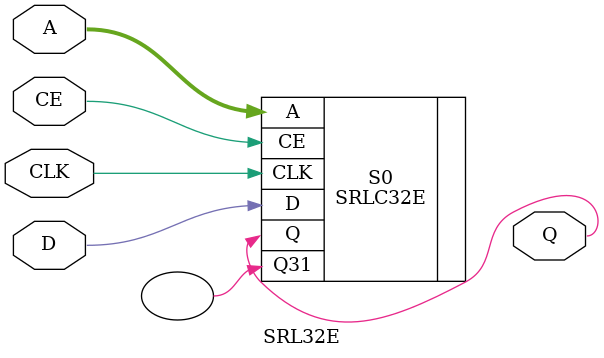
<source format=v>

`timescale 1 ps/1 ps

module SRL32E (Q, A, CE, CLK, D);

  parameter [31:0] INIT = 32'h00000000;

  output Q;

  input  [4:0] A;
  input  CE, CLK, D;

  SRLC32E #(.INIT(INIT)) S0 ( .Q(Q), .Q31(), .A(A), .CE(CE), .CLK(CLK), .D(D));

endmodule

</source>
